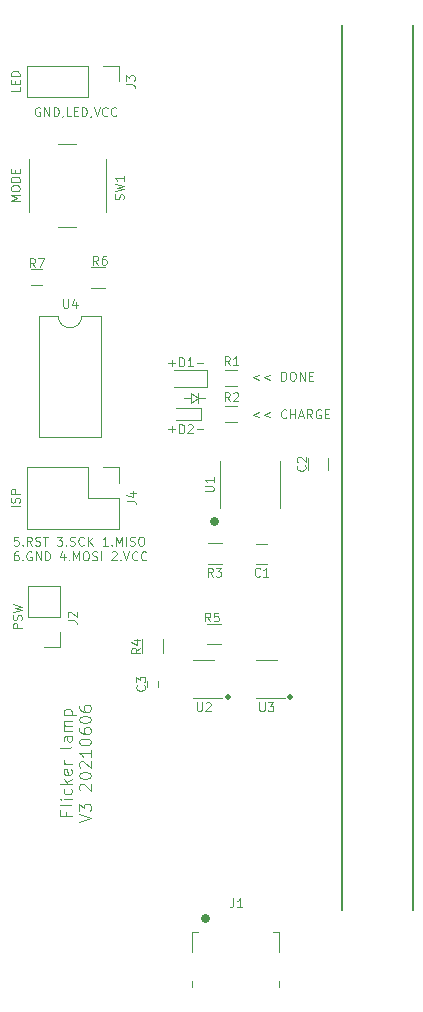
<source format=gto>
G04 #@! TF.GenerationSoftware,KiCad,Pcbnew,5.1.5+dfsg1-2build2*
G04 #@! TF.CreationDate,2021-06-06T20:08:15-06:00*
G04 #@! TF.ProjectId,flicker_lamp,666c6963-6b65-4725-9f6c-616d702e6b69,rev?*
G04 #@! TF.SameCoordinates,Original*
G04 #@! TF.FileFunction,Legend,Top*
G04 #@! TF.FilePolarity,Positive*
%FSLAX46Y46*%
G04 Gerber Fmt 4.6, Leading zero omitted, Abs format (unit mm)*
G04 Created by KiCad (PCBNEW 5.1.5+dfsg1-2build2) date 2021-06-06 20:08:15*
%MOMM*%
%LPD*%
G04 APERTURE LIST*
%ADD10C,0.150000*%
%ADD11C,0.125000*%
%ADD12C,0.120000*%
%ADD13C,0.500000*%
%ADD14C,0.750000*%
G04 APERTURE END LIST*
D10*
X84000000Y-154380000D02*
X84000000Y-79380000D01*
X90000000Y-79380000D02*
X90000000Y-154380000D01*
D11*
X71800000Y-110580000D02*
X71800000Y-111380000D01*
X71200000Y-111380000D02*
X71200000Y-110580000D01*
X71800000Y-110980000D02*
X71200000Y-111380000D01*
X71800000Y-110980000D02*
X72400000Y-110980000D01*
X71200000Y-110580000D02*
X71800000Y-110980000D01*
X70600000Y-110980000D02*
X71200000Y-110980000D01*
X71714285Y-113633571D02*
X72285714Y-113633571D01*
X71714285Y-108033571D02*
X72285714Y-108033571D01*
X69314285Y-113633571D02*
X69885714Y-113633571D01*
X69600000Y-113919285D02*
X69600000Y-113347857D01*
X69314285Y-108033571D02*
X69885714Y-108033571D01*
X69600000Y-108319285D02*
X69600000Y-107747857D01*
X58452678Y-86405000D02*
X58381250Y-86369285D01*
X58274107Y-86369285D01*
X58166964Y-86405000D01*
X58095535Y-86476428D01*
X58059821Y-86547857D01*
X58024107Y-86690714D01*
X58024107Y-86797857D01*
X58059821Y-86940714D01*
X58095535Y-87012142D01*
X58166964Y-87083571D01*
X58274107Y-87119285D01*
X58345535Y-87119285D01*
X58452678Y-87083571D01*
X58488392Y-87047857D01*
X58488392Y-86797857D01*
X58345535Y-86797857D01*
X58809821Y-87119285D02*
X58809821Y-86369285D01*
X59238392Y-87119285D01*
X59238392Y-86369285D01*
X59595535Y-87119285D02*
X59595535Y-86369285D01*
X59774107Y-86369285D01*
X59881250Y-86405000D01*
X59952678Y-86476428D01*
X59988392Y-86547857D01*
X60024107Y-86690714D01*
X60024107Y-86797857D01*
X59988392Y-86940714D01*
X59952678Y-87012142D01*
X59881250Y-87083571D01*
X59774107Y-87119285D01*
X59595535Y-87119285D01*
X60381250Y-87083571D02*
X60381250Y-87119285D01*
X60345535Y-87190714D01*
X60309821Y-87226428D01*
X61059821Y-87119285D02*
X60702678Y-87119285D01*
X60702678Y-86369285D01*
X61309821Y-86726428D02*
X61559821Y-86726428D01*
X61666964Y-87119285D02*
X61309821Y-87119285D01*
X61309821Y-86369285D01*
X61666964Y-86369285D01*
X61988392Y-87119285D02*
X61988392Y-86369285D01*
X62166964Y-86369285D01*
X62274107Y-86405000D01*
X62345535Y-86476428D01*
X62381250Y-86547857D01*
X62416964Y-86690714D01*
X62416964Y-86797857D01*
X62381250Y-86940714D01*
X62345535Y-87012142D01*
X62274107Y-87083571D01*
X62166964Y-87119285D01*
X61988392Y-87119285D01*
X62774107Y-87083571D02*
X62774107Y-87119285D01*
X62738392Y-87190714D01*
X62702678Y-87226428D01*
X62988392Y-86369285D02*
X63238392Y-87119285D01*
X63488392Y-86369285D01*
X64166964Y-87047857D02*
X64131250Y-87083571D01*
X64024107Y-87119285D01*
X63952678Y-87119285D01*
X63845535Y-87083571D01*
X63774107Y-87012142D01*
X63738392Y-86940714D01*
X63702678Y-86797857D01*
X63702678Y-86690714D01*
X63738392Y-86547857D01*
X63774107Y-86476428D01*
X63845535Y-86405000D01*
X63952678Y-86369285D01*
X64024107Y-86369285D01*
X64131250Y-86405000D01*
X64166964Y-86440714D01*
X64916964Y-87047857D02*
X64881250Y-87083571D01*
X64774107Y-87119285D01*
X64702678Y-87119285D01*
X64595535Y-87083571D01*
X64524107Y-87012142D01*
X64488392Y-86940714D01*
X64452678Y-86797857D01*
X64452678Y-86690714D01*
X64488392Y-86547857D01*
X64524107Y-86476428D01*
X64595535Y-86405000D01*
X64702678Y-86369285D01*
X64774107Y-86369285D01*
X64881250Y-86405000D01*
X64916964Y-86440714D01*
X56739285Y-94320178D02*
X55989285Y-94320178D01*
X56525000Y-94070178D01*
X55989285Y-93820178D01*
X56739285Y-93820178D01*
X55989285Y-93320178D02*
X55989285Y-93177321D01*
X56025000Y-93105892D01*
X56096428Y-93034464D01*
X56239285Y-92998750D01*
X56489285Y-92998750D01*
X56632142Y-93034464D01*
X56703571Y-93105892D01*
X56739285Y-93177321D01*
X56739285Y-93320178D01*
X56703571Y-93391607D01*
X56632142Y-93463035D01*
X56489285Y-93498750D01*
X56239285Y-93498750D01*
X56096428Y-93463035D01*
X56025000Y-93391607D01*
X55989285Y-93320178D01*
X56739285Y-92677321D02*
X55989285Y-92677321D01*
X55989285Y-92498750D01*
X56025000Y-92391607D01*
X56096428Y-92320178D01*
X56167857Y-92284464D01*
X56310714Y-92248750D01*
X56417857Y-92248750D01*
X56560714Y-92284464D01*
X56632142Y-92320178D01*
X56703571Y-92391607D01*
X56739285Y-92498750D01*
X56739285Y-92677321D01*
X56346428Y-91927321D02*
X56346428Y-91677321D01*
X56739285Y-91570178D02*
X56739285Y-91927321D01*
X55989285Y-91927321D01*
X55989285Y-91570178D01*
X77031250Y-112219285D02*
X76459821Y-112433571D01*
X77031250Y-112647857D01*
X77959821Y-112219285D02*
X77388392Y-112433571D01*
X77959821Y-112647857D01*
X79316964Y-112647857D02*
X79281250Y-112683571D01*
X79174107Y-112719285D01*
X79102678Y-112719285D01*
X78995535Y-112683571D01*
X78924107Y-112612142D01*
X78888392Y-112540714D01*
X78852678Y-112397857D01*
X78852678Y-112290714D01*
X78888392Y-112147857D01*
X78924107Y-112076428D01*
X78995535Y-112005000D01*
X79102678Y-111969285D01*
X79174107Y-111969285D01*
X79281250Y-112005000D01*
X79316964Y-112040714D01*
X79638392Y-112719285D02*
X79638392Y-111969285D01*
X79638392Y-112326428D02*
X80066964Y-112326428D01*
X80066964Y-112719285D02*
X80066964Y-111969285D01*
X80388392Y-112505000D02*
X80745535Y-112505000D01*
X80316964Y-112719285D02*
X80566964Y-111969285D01*
X80816964Y-112719285D01*
X81495535Y-112719285D02*
X81245535Y-112362142D01*
X81066964Y-112719285D02*
X81066964Y-111969285D01*
X81352678Y-111969285D01*
X81424107Y-112005000D01*
X81459821Y-112040714D01*
X81495535Y-112112142D01*
X81495535Y-112219285D01*
X81459821Y-112290714D01*
X81424107Y-112326428D01*
X81352678Y-112362142D01*
X81066964Y-112362142D01*
X82209821Y-112005000D02*
X82138392Y-111969285D01*
X82031250Y-111969285D01*
X81924107Y-112005000D01*
X81852678Y-112076428D01*
X81816964Y-112147857D01*
X81781250Y-112290714D01*
X81781250Y-112397857D01*
X81816964Y-112540714D01*
X81852678Y-112612142D01*
X81924107Y-112683571D01*
X82031250Y-112719285D01*
X82102678Y-112719285D01*
X82209821Y-112683571D01*
X82245535Y-112647857D01*
X82245535Y-112397857D01*
X82102678Y-112397857D01*
X82566964Y-112326428D02*
X82816964Y-112326428D01*
X82924107Y-112719285D02*
X82566964Y-112719285D01*
X82566964Y-111969285D01*
X82924107Y-111969285D01*
X77031250Y-109019285D02*
X76459821Y-109233571D01*
X77031250Y-109447857D01*
X77959821Y-109019285D02*
X77388392Y-109233571D01*
X77959821Y-109447857D01*
X78888392Y-109519285D02*
X78888392Y-108769285D01*
X79066964Y-108769285D01*
X79174107Y-108805000D01*
X79245535Y-108876428D01*
X79281250Y-108947857D01*
X79316964Y-109090714D01*
X79316964Y-109197857D01*
X79281250Y-109340714D01*
X79245535Y-109412142D01*
X79174107Y-109483571D01*
X79066964Y-109519285D01*
X78888392Y-109519285D01*
X79781250Y-108769285D02*
X79924107Y-108769285D01*
X79995535Y-108805000D01*
X80066964Y-108876428D01*
X80102678Y-109019285D01*
X80102678Y-109269285D01*
X80066964Y-109412142D01*
X79995535Y-109483571D01*
X79924107Y-109519285D01*
X79781250Y-109519285D01*
X79709821Y-109483571D01*
X79638392Y-109412142D01*
X79602678Y-109269285D01*
X79602678Y-109019285D01*
X79638392Y-108876428D01*
X79709821Y-108805000D01*
X79781250Y-108769285D01*
X80424107Y-109519285D02*
X80424107Y-108769285D01*
X80852678Y-109519285D01*
X80852678Y-108769285D01*
X81209821Y-109126428D02*
X81459821Y-109126428D01*
X81566964Y-109519285D02*
X81209821Y-109519285D01*
X81209821Y-108769285D01*
X81566964Y-108769285D01*
X56616964Y-122744285D02*
X56259821Y-122744285D01*
X56224107Y-123101428D01*
X56259821Y-123065714D01*
X56331250Y-123030000D01*
X56509821Y-123030000D01*
X56581250Y-123065714D01*
X56616964Y-123101428D01*
X56652678Y-123172857D01*
X56652678Y-123351428D01*
X56616964Y-123422857D01*
X56581250Y-123458571D01*
X56509821Y-123494285D01*
X56331250Y-123494285D01*
X56259821Y-123458571D01*
X56224107Y-123422857D01*
X56974107Y-123422857D02*
X57009821Y-123458571D01*
X56974107Y-123494285D01*
X56938392Y-123458571D01*
X56974107Y-123422857D01*
X56974107Y-123494285D01*
X57759821Y-123494285D02*
X57509821Y-123137142D01*
X57331250Y-123494285D02*
X57331250Y-122744285D01*
X57616964Y-122744285D01*
X57688392Y-122780000D01*
X57724107Y-122815714D01*
X57759821Y-122887142D01*
X57759821Y-122994285D01*
X57724107Y-123065714D01*
X57688392Y-123101428D01*
X57616964Y-123137142D01*
X57331250Y-123137142D01*
X58045535Y-123458571D02*
X58152678Y-123494285D01*
X58331250Y-123494285D01*
X58402678Y-123458571D01*
X58438392Y-123422857D01*
X58474107Y-123351428D01*
X58474107Y-123280000D01*
X58438392Y-123208571D01*
X58402678Y-123172857D01*
X58331250Y-123137142D01*
X58188392Y-123101428D01*
X58116964Y-123065714D01*
X58081250Y-123030000D01*
X58045535Y-122958571D01*
X58045535Y-122887142D01*
X58081250Y-122815714D01*
X58116964Y-122780000D01*
X58188392Y-122744285D01*
X58366964Y-122744285D01*
X58474107Y-122780000D01*
X58688392Y-122744285D02*
X59116964Y-122744285D01*
X58902678Y-123494285D02*
X58902678Y-122744285D01*
X59866964Y-122744285D02*
X60331250Y-122744285D01*
X60081250Y-123030000D01*
X60188392Y-123030000D01*
X60259821Y-123065714D01*
X60295535Y-123101428D01*
X60331250Y-123172857D01*
X60331250Y-123351428D01*
X60295535Y-123422857D01*
X60259821Y-123458571D01*
X60188392Y-123494285D01*
X59974107Y-123494285D01*
X59902678Y-123458571D01*
X59866964Y-123422857D01*
X60652678Y-123422857D02*
X60688392Y-123458571D01*
X60652678Y-123494285D01*
X60616964Y-123458571D01*
X60652678Y-123422857D01*
X60652678Y-123494285D01*
X60974107Y-123458571D02*
X61081250Y-123494285D01*
X61259821Y-123494285D01*
X61331250Y-123458571D01*
X61366964Y-123422857D01*
X61402678Y-123351428D01*
X61402678Y-123280000D01*
X61366964Y-123208571D01*
X61331250Y-123172857D01*
X61259821Y-123137142D01*
X61116964Y-123101428D01*
X61045535Y-123065714D01*
X61009821Y-123030000D01*
X60974107Y-122958571D01*
X60974107Y-122887142D01*
X61009821Y-122815714D01*
X61045535Y-122780000D01*
X61116964Y-122744285D01*
X61295535Y-122744285D01*
X61402678Y-122780000D01*
X62152678Y-123422857D02*
X62116964Y-123458571D01*
X62009821Y-123494285D01*
X61938392Y-123494285D01*
X61831250Y-123458571D01*
X61759821Y-123387142D01*
X61724107Y-123315714D01*
X61688392Y-123172857D01*
X61688392Y-123065714D01*
X61724107Y-122922857D01*
X61759821Y-122851428D01*
X61831250Y-122780000D01*
X61938392Y-122744285D01*
X62009821Y-122744285D01*
X62116964Y-122780000D01*
X62152678Y-122815714D01*
X62474107Y-123494285D02*
X62474107Y-122744285D01*
X62902678Y-123494285D02*
X62581250Y-123065714D01*
X62902678Y-122744285D02*
X62474107Y-123172857D01*
X64188392Y-123494285D02*
X63759821Y-123494285D01*
X63974107Y-123494285D02*
X63974107Y-122744285D01*
X63902678Y-122851428D01*
X63831250Y-122922857D01*
X63759821Y-122958571D01*
X64509821Y-123422857D02*
X64545535Y-123458571D01*
X64509821Y-123494285D01*
X64474107Y-123458571D01*
X64509821Y-123422857D01*
X64509821Y-123494285D01*
X64866964Y-123494285D02*
X64866964Y-122744285D01*
X65116964Y-123280000D01*
X65366964Y-122744285D01*
X65366964Y-123494285D01*
X65724107Y-123494285D02*
X65724107Y-122744285D01*
X66045535Y-123458571D02*
X66152678Y-123494285D01*
X66331250Y-123494285D01*
X66402678Y-123458571D01*
X66438392Y-123422857D01*
X66474107Y-123351428D01*
X66474107Y-123280000D01*
X66438392Y-123208571D01*
X66402678Y-123172857D01*
X66331250Y-123137142D01*
X66188392Y-123101428D01*
X66116964Y-123065714D01*
X66081250Y-123030000D01*
X66045535Y-122958571D01*
X66045535Y-122887142D01*
X66081250Y-122815714D01*
X66116964Y-122780000D01*
X66188392Y-122744285D01*
X66366964Y-122744285D01*
X66474107Y-122780000D01*
X66938392Y-122744285D02*
X67081250Y-122744285D01*
X67152678Y-122780000D01*
X67224107Y-122851428D01*
X67259821Y-122994285D01*
X67259821Y-123244285D01*
X67224107Y-123387142D01*
X67152678Y-123458571D01*
X67081250Y-123494285D01*
X66938392Y-123494285D01*
X66866964Y-123458571D01*
X66795535Y-123387142D01*
X66759821Y-123244285D01*
X66759821Y-122994285D01*
X66795535Y-122851428D01*
X66866964Y-122780000D01*
X66938392Y-122744285D01*
X56581250Y-123994285D02*
X56438392Y-123994285D01*
X56366964Y-124030000D01*
X56331250Y-124065714D01*
X56259821Y-124172857D01*
X56224107Y-124315714D01*
X56224107Y-124601428D01*
X56259821Y-124672857D01*
X56295535Y-124708571D01*
X56366964Y-124744285D01*
X56509821Y-124744285D01*
X56581250Y-124708571D01*
X56616964Y-124672857D01*
X56652678Y-124601428D01*
X56652678Y-124422857D01*
X56616964Y-124351428D01*
X56581250Y-124315714D01*
X56509821Y-124280000D01*
X56366964Y-124280000D01*
X56295535Y-124315714D01*
X56259821Y-124351428D01*
X56224107Y-124422857D01*
X56974107Y-124672857D02*
X57009821Y-124708571D01*
X56974107Y-124744285D01*
X56938392Y-124708571D01*
X56974107Y-124672857D01*
X56974107Y-124744285D01*
X57724107Y-124030000D02*
X57652678Y-123994285D01*
X57545535Y-123994285D01*
X57438392Y-124030000D01*
X57366964Y-124101428D01*
X57331250Y-124172857D01*
X57295535Y-124315714D01*
X57295535Y-124422857D01*
X57331250Y-124565714D01*
X57366964Y-124637142D01*
X57438392Y-124708571D01*
X57545535Y-124744285D01*
X57616964Y-124744285D01*
X57724107Y-124708571D01*
X57759821Y-124672857D01*
X57759821Y-124422857D01*
X57616964Y-124422857D01*
X58081250Y-124744285D02*
X58081250Y-123994285D01*
X58509821Y-124744285D01*
X58509821Y-123994285D01*
X58866964Y-124744285D02*
X58866964Y-123994285D01*
X59045535Y-123994285D01*
X59152678Y-124030000D01*
X59224107Y-124101428D01*
X59259821Y-124172857D01*
X59295535Y-124315714D01*
X59295535Y-124422857D01*
X59259821Y-124565714D01*
X59224107Y-124637142D01*
X59152678Y-124708571D01*
X59045535Y-124744285D01*
X58866964Y-124744285D01*
X60509821Y-124244285D02*
X60509821Y-124744285D01*
X60331250Y-123958571D02*
X60152678Y-124494285D01*
X60616964Y-124494285D01*
X60902678Y-124672857D02*
X60938392Y-124708571D01*
X60902678Y-124744285D01*
X60866964Y-124708571D01*
X60902678Y-124672857D01*
X60902678Y-124744285D01*
X61259821Y-124744285D02*
X61259821Y-123994285D01*
X61509821Y-124530000D01*
X61759821Y-123994285D01*
X61759821Y-124744285D01*
X62259821Y-123994285D02*
X62402678Y-123994285D01*
X62474107Y-124030000D01*
X62545535Y-124101428D01*
X62581250Y-124244285D01*
X62581250Y-124494285D01*
X62545535Y-124637142D01*
X62474107Y-124708571D01*
X62402678Y-124744285D01*
X62259821Y-124744285D01*
X62188392Y-124708571D01*
X62116964Y-124637142D01*
X62081250Y-124494285D01*
X62081250Y-124244285D01*
X62116964Y-124101428D01*
X62188392Y-124030000D01*
X62259821Y-123994285D01*
X62866964Y-124708571D02*
X62974107Y-124744285D01*
X63152678Y-124744285D01*
X63224107Y-124708571D01*
X63259821Y-124672857D01*
X63295535Y-124601428D01*
X63295535Y-124530000D01*
X63259821Y-124458571D01*
X63224107Y-124422857D01*
X63152678Y-124387142D01*
X63009821Y-124351428D01*
X62938392Y-124315714D01*
X62902678Y-124280000D01*
X62866964Y-124208571D01*
X62866964Y-124137142D01*
X62902678Y-124065714D01*
X62938392Y-124030000D01*
X63009821Y-123994285D01*
X63188392Y-123994285D01*
X63295535Y-124030000D01*
X63616964Y-124744285D02*
X63616964Y-123994285D01*
X64509821Y-124065714D02*
X64545535Y-124030000D01*
X64616964Y-123994285D01*
X64795535Y-123994285D01*
X64866964Y-124030000D01*
X64902678Y-124065714D01*
X64938392Y-124137142D01*
X64938392Y-124208571D01*
X64902678Y-124315714D01*
X64474107Y-124744285D01*
X64938392Y-124744285D01*
X65259821Y-124672857D02*
X65295535Y-124708571D01*
X65259821Y-124744285D01*
X65224107Y-124708571D01*
X65259821Y-124672857D01*
X65259821Y-124744285D01*
X65509821Y-123994285D02*
X65759821Y-124744285D01*
X66009821Y-123994285D01*
X66688392Y-124672857D02*
X66652678Y-124708571D01*
X66545535Y-124744285D01*
X66474107Y-124744285D01*
X66366964Y-124708571D01*
X66295535Y-124637142D01*
X66259821Y-124565714D01*
X66224107Y-124422857D01*
X66224107Y-124315714D01*
X66259821Y-124172857D01*
X66295535Y-124101428D01*
X66366964Y-124030000D01*
X66474107Y-123994285D01*
X66545535Y-123994285D01*
X66652678Y-124030000D01*
X66688392Y-124065714D01*
X67438392Y-124672857D02*
X67402678Y-124708571D01*
X67295535Y-124744285D01*
X67224107Y-124744285D01*
X67116964Y-124708571D01*
X67045535Y-124637142D01*
X67009821Y-124565714D01*
X66974107Y-124422857D01*
X66974107Y-124315714D01*
X67009821Y-124172857D01*
X67045535Y-124101428D01*
X67116964Y-124030000D01*
X67224107Y-123994285D01*
X67295535Y-123994285D01*
X67402678Y-124030000D01*
X67438392Y-124065714D01*
X60616071Y-146022857D02*
X60616071Y-146356190D01*
X61139880Y-146356190D02*
X60139880Y-146356190D01*
X60139880Y-145880000D01*
X61139880Y-145356190D02*
X61092261Y-145451428D01*
X60997023Y-145499047D01*
X60139880Y-145499047D01*
X61139880Y-144975238D02*
X60473214Y-144975238D01*
X60139880Y-144975238D02*
X60187500Y-145022857D01*
X60235119Y-144975238D01*
X60187500Y-144927619D01*
X60139880Y-144975238D01*
X60235119Y-144975238D01*
X61092261Y-144070476D02*
X61139880Y-144165714D01*
X61139880Y-144356190D01*
X61092261Y-144451428D01*
X61044642Y-144499047D01*
X60949404Y-144546666D01*
X60663690Y-144546666D01*
X60568452Y-144499047D01*
X60520833Y-144451428D01*
X60473214Y-144356190D01*
X60473214Y-144165714D01*
X60520833Y-144070476D01*
X61139880Y-143641904D02*
X60139880Y-143641904D01*
X60758928Y-143546666D02*
X61139880Y-143260952D01*
X60473214Y-143260952D02*
X60854166Y-143641904D01*
X61092261Y-142451428D02*
X61139880Y-142546666D01*
X61139880Y-142737142D01*
X61092261Y-142832380D01*
X60997023Y-142880000D01*
X60616071Y-142880000D01*
X60520833Y-142832380D01*
X60473214Y-142737142D01*
X60473214Y-142546666D01*
X60520833Y-142451428D01*
X60616071Y-142403809D01*
X60711309Y-142403809D01*
X60806547Y-142880000D01*
X61139880Y-141975238D02*
X60473214Y-141975238D01*
X60663690Y-141975238D02*
X60568452Y-141927619D01*
X60520833Y-141880000D01*
X60473214Y-141784761D01*
X60473214Y-141689523D01*
X61139880Y-140451428D02*
X61092261Y-140546666D01*
X60997023Y-140594285D01*
X60139880Y-140594285D01*
X61139880Y-139641904D02*
X60616071Y-139641904D01*
X60520833Y-139689523D01*
X60473214Y-139784761D01*
X60473214Y-139975238D01*
X60520833Y-140070476D01*
X61092261Y-139641904D02*
X61139880Y-139737142D01*
X61139880Y-139975238D01*
X61092261Y-140070476D01*
X60997023Y-140118095D01*
X60901785Y-140118095D01*
X60806547Y-140070476D01*
X60758928Y-139975238D01*
X60758928Y-139737142D01*
X60711309Y-139641904D01*
X61139880Y-139165714D02*
X60473214Y-139165714D01*
X60568452Y-139165714D02*
X60520833Y-139118095D01*
X60473214Y-139022857D01*
X60473214Y-138880000D01*
X60520833Y-138784761D01*
X60616071Y-138737142D01*
X61139880Y-138737142D01*
X60616071Y-138737142D02*
X60520833Y-138689523D01*
X60473214Y-138594285D01*
X60473214Y-138451428D01*
X60520833Y-138356190D01*
X60616071Y-138308571D01*
X61139880Y-138308571D01*
X60473214Y-137832380D02*
X61473214Y-137832380D01*
X60520833Y-137832380D02*
X60473214Y-137737142D01*
X60473214Y-137546666D01*
X60520833Y-137451428D01*
X60568452Y-137403809D01*
X60663690Y-137356190D01*
X60949404Y-137356190D01*
X61044642Y-137403809D01*
X61092261Y-137451428D01*
X61139880Y-137546666D01*
X61139880Y-137737142D01*
X61092261Y-137832380D01*
X61764880Y-146880000D02*
X62764880Y-146546666D01*
X61764880Y-146213333D01*
X61764880Y-145975238D02*
X61764880Y-145356190D01*
X62145833Y-145689523D01*
X62145833Y-145546666D01*
X62193452Y-145451428D01*
X62241071Y-145403809D01*
X62336309Y-145356190D01*
X62574404Y-145356190D01*
X62669642Y-145403809D01*
X62717261Y-145451428D01*
X62764880Y-145546666D01*
X62764880Y-145832380D01*
X62717261Y-145927619D01*
X62669642Y-145975238D01*
X61860119Y-144213333D02*
X61812500Y-144165714D01*
X61764880Y-144070476D01*
X61764880Y-143832380D01*
X61812500Y-143737142D01*
X61860119Y-143689523D01*
X61955357Y-143641904D01*
X62050595Y-143641904D01*
X62193452Y-143689523D01*
X62764880Y-144260952D01*
X62764880Y-143641904D01*
X61764880Y-143022857D02*
X61764880Y-142927619D01*
X61812500Y-142832380D01*
X61860119Y-142784761D01*
X61955357Y-142737142D01*
X62145833Y-142689523D01*
X62383928Y-142689523D01*
X62574404Y-142737142D01*
X62669642Y-142784761D01*
X62717261Y-142832380D01*
X62764880Y-142927619D01*
X62764880Y-143022857D01*
X62717261Y-143118095D01*
X62669642Y-143165714D01*
X62574404Y-143213333D01*
X62383928Y-143260952D01*
X62145833Y-143260952D01*
X61955357Y-143213333D01*
X61860119Y-143165714D01*
X61812500Y-143118095D01*
X61764880Y-143022857D01*
X61860119Y-142308571D02*
X61812500Y-142260952D01*
X61764880Y-142165714D01*
X61764880Y-141927619D01*
X61812500Y-141832380D01*
X61860119Y-141784761D01*
X61955357Y-141737142D01*
X62050595Y-141737142D01*
X62193452Y-141784761D01*
X62764880Y-142356190D01*
X62764880Y-141737142D01*
X62764880Y-140784761D02*
X62764880Y-141356190D01*
X62764880Y-141070476D02*
X61764880Y-141070476D01*
X61907738Y-141165714D01*
X62002976Y-141260952D01*
X62050595Y-141356190D01*
X61764880Y-140165714D02*
X61764880Y-140070476D01*
X61812500Y-139975238D01*
X61860119Y-139927619D01*
X61955357Y-139880000D01*
X62145833Y-139832380D01*
X62383928Y-139832380D01*
X62574404Y-139880000D01*
X62669642Y-139927619D01*
X62717261Y-139975238D01*
X62764880Y-140070476D01*
X62764880Y-140165714D01*
X62717261Y-140260952D01*
X62669642Y-140308571D01*
X62574404Y-140356190D01*
X62383928Y-140403809D01*
X62145833Y-140403809D01*
X61955357Y-140356190D01*
X61860119Y-140308571D01*
X61812500Y-140260952D01*
X61764880Y-140165714D01*
X61764880Y-138975238D02*
X61764880Y-139165714D01*
X61812500Y-139260952D01*
X61860119Y-139308571D01*
X62002976Y-139403809D01*
X62193452Y-139451428D01*
X62574404Y-139451428D01*
X62669642Y-139403809D01*
X62717261Y-139356190D01*
X62764880Y-139260952D01*
X62764880Y-139070476D01*
X62717261Y-138975238D01*
X62669642Y-138927619D01*
X62574404Y-138880000D01*
X62336309Y-138880000D01*
X62241071Y-138927619D01*
X62193452Y-138975238D01*
X62145833Y-139070476D01*
X62145833Y-139260952D01*
X62193452Y-139356190D01*
X62241071Y-139403809D01*
X62336309Y-139451428D01*
X61764880Y-138260952D02*
X61764880Y-138165714D01*
X61812500Y-138070476D01*
X61860119Y-138022857D01*
X61955357Y-137975238D01*
X62145833Y-137927619D01*
X62383928Y-137927619D01*
X62574404Y-137975238D01*
X62669642Y-138022857D01*
X62717261Y-138070476D01*
X62764880Y-138165714D01*
X62764880Y-138260952D01*
X62717261Y-138356190D01*
X62669642Y-138403809D01*
X62574404Y-138451428D01*
X62383928Y-138499047D01*
X62145833Y-138499047D01*
X61955357Y-138451428D01*
X61860119Y-138403809D01*
X61812500Y-138356190D01*
X61764880Y-138260952D01*
X61764880Y-137070476D02*
X61764880Y-137260952D01*
X61812500Y-137356190D01*
X61860119Y-137403809D01*
X62002976Y-137499047D01*
X62193452Y-137546666D01*
X62574404Y-137546666D01*
X62669642Y-137499047D01*
X62717261Y-137451428D01*
X62764880Y-137356190D01*
X62764880Y-137165714D01*
X62717261Y-137070476D01*
X62669642Y-137022857D01*
X62574404Y-136975238D01*
X62336309Y-136975238D01*
X62241071Y-137022857D01*
X62193452Y-137070476D01*
X62145833Y-137165714D01*
X62145833Y-137356190D01*
X62193452Y-137451428D01*
X62241071Y-137499047D01*
X62336309Y-137546666D01*
D12*
X68470000Y-135430000D02*
X68470000Y-134930000D01*
X67530000Y-134930000D02*
X67530000Y-135430000D01*
X57650000Y-100100000D02*
X58650000Y-100100000D01*
X58650000Y-101460000D02*
X57650000Y-101460000D01*
X75150000Y-113060000D02*
X74150000Y-113060000D01*
X74150000Y-111700000D02*
X75150000Y-111700000D01*
X75150000Y-110010000D02*
X74150000Y-110010000D01*
X74150000Y-108650000D02*
X75150000Y-108650000D01*
X72100000Y-112880000D02*
X72100000Y-111880000D01*
X72100000Y-111880000D02*
X70000000Y-111880000D01*
X72100000Y-112880000D02*
X70000000Y-112880000D01*
X72600000Y-110030000D02*
X72600000Y-108630000D01*
X72600000Y-108630000D02*
X69800000Y-108630000D01*
X72600000Y-110030000D02*
X69800000Y-110030000D01*
D13*
X79640000Y-136300000D02*
G75*
G03X79640000Y-136300000I0J0D01*
G01*
D12*
X78500000Y-133170000D02*
X76700000Y-133170000D01*
X76700000Y-136390000D02*
X79150000Y-136390000D01*
D13*
X74340000Y-136300000D02*
G75*
G03X74340000Y-136300000I0J0D01*
G01*
D12*
X73200000Y-133170000D02*
X71400000Y-133170000D01*
X71400000Y-136390000D02*
X73850000Y-136390000D01*
D14*
X73210000Y-121390000D02*
G75*
G03X73210000Y-121390000I0J0D01*
G01*
D11*
X73700000Y-116330000D02*
X73700000Y-120330000D01*
X78800000Y-116330000D02*
X78800000Y-120330000D01*
D14*
X72392500Y-155040000D02*
G75*
G03X72392500Y-155040000I0J0D01*
G01*
D11*
X71350000Y-157880000D02*
X71350000Y-156200000D01*
X71350000Y-160880000D02*
X71350000Y-160380000D01*
X78650000Y-160380000D02*
X78650000Y-160880000D01*
X78650000Y-157880000D02*
X78650000Y-156200000D01*
X78150000Y-156200000D02*
X78650000Y-156200000D01*
X71850000Y-156200000D02*
X71350000Y-156200000D01*
D12*
X61990000Y-104050000D02*
G75*
G02X59990000Y-104050000I-1000000J0D01*
G01*
X59990000Y-104050000D02*
X58340000Y-104050000D01*
X58340000Y-104050000D02*
X58340000Y-114330000D01*
X58340000Y-114330000D02*
X63640000Y-114330000D01*
X63640000Y-114330000D02*
X63640000Y-104050000D01*
X63640000Y-104050000D02*
X61990000Y-104050000D01*
X57500000Y-90780000D02*
X57500000Y-95280000D01*
X61500000Y-89530000D02*
X60000000Y-89530000D01*
X64000000Y-95280000D02*
X64000000Y-90780000D01*
X60000000Y-96530000D02*
X61500000Y-96530000D01*
X62750000Y-99900000D02*
X63950000Y-99900000D01*
X63950000Y-101660000D02*
X62750000Y-101660000D01*
X82850000Y-117080000D02*
X82850000Y-116080000D01*
X81150000Y-116080000D02*
X81150000Y-117080000D01*
X57390000Y-82850000D02*
X57390000Y-85510000D01*
X62530000Y-82850000D02*
X57390000Y-82850000D01*
X62530000Y-85510000D02*
X57390000Y-85510000D01*
X62530000Y-82850000D02*
X62530000Y-85510000D01*
X63800000Y-82850000D02*
X65130000Y-82850000D01*
X65130000Y-82850000D02*
X65130000Y-84180000D01*
X60130000Y-126910000D02*
X57470000Y-126910000D01*
X60130000Y-129510000D02*
X60130000Y-126910000D01*
X57470000Y-129510000D02*
X57470000Y-126910000D01*
X60130000Y-129510000D02*
X57470000Y-129510000D01*
X60130000Y-130780000D02*
X60130000Y-132110000D01*
X60130000Y-132110000D02*
X58800000Y-132110000D01*
X73750000Y-131860000D02*
X72550000Y-131860000D01*
X72550000Y-130100000D02*
X73750000Y-130100000D01*
X68880000Y-131430000D02*
X68880000Y-132630000D01*
X67120000Y-132630000D02*
X67120000Y-131430000D01*
X72650000Y-123300000D02*
X73850000Y-123300000D01*
X73850000Y-125060000D02*
X72650000Y-125060000D01*
X57390000Y-116850000D02*
X57390000Y-122050000D01*
X62530000Y-116850000D02*
X57390000Y-116850000D01*
X65130000Y-122050000D02*
X57390000Y-122050000D01*
X62530000Y-116850000D02*
X62530000Y-119450000D01*
X62530000Y-119450000D02*
X65130000Y-119450000D01*
X65130000Y-119450000D02*
X65130000Y-122050000D01*
X63800000Y-116850000D02*
X65130000Y-116850000D01*
X65130000Y-116850000D02*
X65130000Y-118180000D01*
X76700000Y-125030000D02*
X77700000Y-125030000D01*
X77700000Y-123330000D02*
X76700000Y-123330000D01*
D11*
X67267857Y-135305000D02*
X67303571Y-135340714D01*
X67339285Y-135447857D01*
X67339285Y-135519285D01*
X67303571Y-135626428D01*
X67232142Y-135697857D01*
X67160714Y-135733571D01*
X67017857Y-135769285D01*
X66910714Y-135769285D01*
X66767857Y-135733571D01*
X66696428Y-135697857D01*
X66625000Y-135626428D01*
X66589285Y-135519285D01*
X66589285Y-135447857D01*
X66625000Y-135340714D01*
X66660714Y-135305000D01*
X66589285Y-135055000D02*
X66589285Y-134590714D01*
X66875000Y-134840714D01*
X66875000Y-134733571D01*
X66910714Y-134662142D01*
X66946428Y-134626428D01*
X67017857Y-134590714D01*
X67196428Y-134590714D01*
X67267857Y-134626428D01*
X67303571Y-134662142D01*
X67339285Y-134733571D01*
X67339285Y-134947857D01*
X67303571Y-135019285D01*
X67267857Y-135055000D01*
X58025000Y-99919285D02*
X57775000Y-99562142D01*
X57596428Y-99919285D02*
X57596428Y-99169285D01*
X57882142Y-99169285D01*
X57953571Y-99205000D01*
X57989285Y-99240714D01*
X58025000Y-99312142D01*
X58025000Y-99419285D01*
X57989285Y-99490714D01*
X57953571Y-99526428D01*
X57882142Y-99562142D01*
X57596428Y-99562142D01*
X58275000Y-99169285D02*
X58775000Y-99169285D01*
X58453571Y-99919285D01*
X74525000Y-111269285D02*
X74275000Y-110912142D01*
X74096428Y-111269285D02*
X74096428Y-110519285D01*
X74382142Y-110519285D01*
X74453571Y-110555000D01*
X74489285Y-110590714D01*
X74525000Y-110662142D01*
X74525000Y-110769285D01*
X74489285Y-110840714D01*
X74453571Y-110876428D01*
X74382142Y-110912142D01*
X74096428Y-110912142D01*
X74810714Y-110590714D02*
X74846428Y-110555000D01*
X74917857Y-110519285D01*
X75096428Y-110519285D01*
X75167857Y-110555000D01*
X75203571Y-110590714D01*
X75239285Y-110662142D01*
X75239285Y-110733571D01*
X75203571Y-110840714D01*
X74775000Y-111269285D01*
X75239285Y-111269285D01*
X74525000Y-108219285D02*
X74275000Y-107862142D01*
X74096428Y-108219285D02*
X74096428Y-107469285D01*
X74382142Y-107469285D01*
X74453571Y-107505000D01*
X74489285Y-107540714D01*
X74525000Y-107612142D01*
X74525000Y-107719285D01*
X74489285Y-107790714D01*
X74453571Y-107826428D01*
X74382142Y-107862142D01*
X74096428Y-107862142D01*
X75239285Y-108219285D02*
X74810714Y-108219285D01*
X75025000Y-108219285D02*
X75025000Y-107469285D01*
X74953571Y-107576428D01*
X74882142Y-107647857D01*
X74810714Y-107683571D01*
X70246428Y-113969285D02*
X70246428Y-113219285D01*
X70425000Y-113219285D01*
X70532142Y-113255000D01*
X70603571Y-113326428D01*
X70639285Y-113397857D01*
X70675000Y-113540714D01*
X70675000Y-113647857D01*
X70639285Y-113790714D01*
X70603571Y-113862142D01*
X70532142Y-113933571D01*
X70425000Y-113969285D01*
X70246428Y-113969285D01*
X70960714Y-113290714D02*
X70996428Y-113255000D01*
X71067857Y-113219285D01*
X71246428Y-113219285D01*
X71317857Y-113255000D01*
X71353571Y-113290714D01*
X71389285Y-113362142D01*
X71389285Y-113433571D01*
X71353571Y-113540714D01*
X70925000Y-113969285D01*
X71389285Y-113969285D01*
X70246428Y-108319285D02*
X70246428Y-107569285D01*
X70425000Y-107569285D01*
X70532142Y-107605000D01*
X70603571Y-107676428D01*
X70639285Y-107747857D01*
X70675000Y-107890714D01*
X70675000Y-107997857D01*
X70639285Y-108140714D01*
X70603571Y-108212142D01*
X70532142Y-108283571D01*
X70425000Y-108319285D01*
X70246428Y-108319285D01*
X71389285Y-108319285D02*
X70960714Y-108319285D01*
X71175000Y-108319285D02*
X71175000Y-107569285D01*
X71103571Y-107676428D01*
X71032142Y-107747857D01*
X70960714Y-107783571D01*
X77028571Y-136769285D02*
X77028571Y-137376428D01*
X77064285Y-137447857D01*
X77100000Y-137483571D01*
X77171428Y-137519285D01*
X77314285Y-137519285D01*
X77385714Y-137483571D01*
X77421428Y-137447857D01*
X77457142Y-137376428D01*
X77457142Y-136769285D01*
X77742857Y-136769285D02*
X78207142Y-136769285D01*
X77957142Y-137055000D01*
X78064285Y-137055000D01*
X78135714Y-137090714D01*
X78171428Y-137126428D01*
X78207142Y-137197857D01*
X78207142Y-137376428D01*
X78171428Y-137447857D01*
X78135714Y-137483571D01*
X78064285Y-137519285D01*
X77850000Y-137519285D01*
X77778571Y-137483571D01*
X77742857Y-137447857D01*
X71728571Y-136769285D02*
X71728571Y-137376428D01*
X71764285Y-137447857D01*
X71800000Y-137483571D01*
X71871428Y-137519285D01*
X72014285Y-137519285D01*
X72085714Y-137483571D01*
X72121428Y-137447857D01*
X72157142Y-137376428D01*
X72157142Y-136769285D01*
X72478571Y-136840714D02*
X72514285Y-136805000D01*
X72585714Y-136769285D01*
X72764285Y-136769285D01*
X72835714Y-136805000D01*
X72871428Y-136840714D01*
X72907142Y-136912142D01*
X72907142Y-136983571D01*
X72871428Y-137090714D01*
X72442857Y-137519285D01*
X72907142Y-137519285D01*
X72389285Y-118901428D02*
X72996428Y-118901428D01*
X73067857Y-118865714D01*
X73103571Y-118830000D01*
X73139285Y-118758571D01*
X73139285Y-118615714D01*
X73103571Y-118544285D01*
X73067857Y-118508571D01*
X72996428Y-118472857D01*
X72389285Y-118472857D01*
X73139285Y-117722857D02*
X73139285Y-118151428D01*
X73139285Y-117937142D02*
X72389285Y-117937142D01*
X72496428Y-118008571D01*
X72567857Y-118080000D01*
X72603571Y-118151428D01*
X74817500Y-153369285D02*
X74817500Y-153905000D01*
X74781785Y-154012142D01*
X74710357Y-154083571D01*
X74603214Y-154119285D01*
X74531785Y-154119285D01*
X75567500Y-154119285D02*
X75138928Y-154119285D01*
X75353214Y-154119285D02*
X75353214Y-153369285D01*
X75281785Y-153476428D01*
X75210357Y-153547857D01*
X75138928Y-153583571D01*
X60418571Y-102639285D02*
X60418571Y-103246428D01*
X60454285Y-103317857D01*
X60490000Y-103353571D01*
X60561428Y-103389285D01*
X60704285Y-103389285D01*
X60775714Y-103353571D01*
X60811428Y-103317857D01*
X60847142Y-103246428D01*
X60847142Y-102639285D01*
X61525714Y-102889285D02*
X61525714Y-103389285D01*
X61347142Y-102603571D02*
X61168571Y-103139285D01*
X61632857Y-103139285D01*
X65503571Y-94180000D02*
X65539285Y-94072857D01*
X65539285Y-93894285D01*
X65503571Y-93822857D01*
X65467857Y-93787142D01*
X65396428Y-93751428D01*
X65325000Y-93751428D01*
X65253571Y-93787142D01*
X65217857Y-93822857D01*
X65182142Y-93894285D01*
X65146428Y-94037142D01*
X65110714Y-94108571D01*
X65075000Y-94144285D01*
X65003571Y-94180000D01*
X64932142Y-94180000D01*
X64860714Y-94144285D01*
X64825000Y-94108571D01*
X64789285Y-94037142D01*
X64789285Y-93858571D01*
X64825000Y-93751428D01*
X64789285Y-93501428D02*
X65539285Y-93322857D01*
X65003571Y-93180000D01*
X65539285Y-93037142D01*
X64789285Y-92858571D01*
X65539285Y-92180000D02*
X65539285Y-92608571D01*
X65539285Y-92394285D02*
X64789285Y-92394285D01*
X64896428Y-92465714D01*
X64967857Y-92537142D01*
X65003571Y-92608571D01*
X63375000Y-99719285D02*
X63125000Y-99362142D01*
X62946428Y-99719285D02*
X62946428Y-98969285D01*
X63232142Y-98969285D01*
X63303571Y-99005000D01*
X63339285Y-99040714D01*
X63375000Y-99112142D01*
X63375000Y-99219285D01*
X63339285Y-99290714D01*
X63303571Y-99326428D01*
X63232142Y-99362142D01*
X62946428Y-99362142D01*
X64017857Y-98969285D02*
X63875000Y-98969285D01*
X63803571Y-99005000D01*
X63767857Y-99040714D01*
X63696428Y-99147857D01*
X63660714Y-99290714D01*
X63660714Y-99576428D01*
X63696428Y-99647857D01*
X63732142Y-99683571D01*
X63803571Y-99719285D01*
X63946428Y-99719285D01*
X64017857Y-99683571D01*
X64053571Y-99647857D01*
X64089285Y-99576428D01*
X64089285Y-99397857D01*
X64053571Y-99326428D01*
X64017857Y-99290714D01*
X63946428Y-99255000D01*
X63803571Y-99255000D01*
X63732142Y-99290714D01*
X63696428Y-99326428D01*
X63660714Y-99397857D01*
X80867857Y-116705000D02*
X80903571Y-116740714D01*
X80939285Y-116847857D01*
X80939285Y-116919285D01*
X80903571Y-117026428D01*
X80832142Y-117097857D01*
X80760714Y-117133571D01*
X80617857Y-117169285D01*
X80510714Y-117169285D01*
X80367857Y-117133571D01*
X80296428Y-117097857D01*
X80225000Y-117026428D01*
X80189285Y-116919285D01*
X80189285Y-116847857D01*
X80225000Y-116740714D01*
X80260714Y-116705000D01*
X80260714Y-116419285D02*
X80225000Y-116383571D01*
X80189285Y-116312142D01*
X80189285Y-116133571D01*
X80225000Y-116062142D01*
X80260714Y-116026428D01*
X80332142Y-115990714D01*
X80403571Y-115990714D01*
X80510714Y-116026428D01*
X80939285Y-116455000D01*
X80939285Y-115990714D01*
X65719285Y-84430000D02*
X66255000Y-84430000D01*
X66362142Y-84465714D01*
X66433571Y-84537142D01*
X66469285Y-84644285D01*
X66469285Y-84715714D01*
X65719285Y-84144285D02*
X65719285Y-83680000D01*
X66005000Y-83930000D01*
X66005000Y-83822857D01*
X66040714Y-83751428D01*
X66076428Y-83715714D01*
X66147857Y-83680000D01*
X66326428Y-83680000D01*
X66397857Y-83715714D01*
X66433571Y-83751428D01*
X66469285Y-83822857D01*
X66469285Y-84037142D01*
X66433571Y-84108571D01*
X66397857Y-84144285D01*
X56729285Y-84662142D02*
X56729285Y-85019285D01*
X55979285Y-85019285D01*
X56336428Y-84412142D02*
X56336428Y-84162142D01*
X56729285Y-84055000D02*
X56729285Y-84412142D01*
X55979285Y-84412142D01*
X55979285Y-84055000D01*
X56729285Y-83733571D02*
X55979285Y-83733571D01*
X55979285Y-83555000D01*
X56015000Y-83447857D01*
X56086428Y-83376428D01*
X56157857Y-83340714D01*
X56300714Y-83305000D01*
X56407857Y-83305000D01*
X56550714Y-83340714D01*
X56622142Y-83376428D01*
X56693571Y-83447857D01*
X56729285Y-83555000D01*
X56729285Y-83733571D01*
X60789285Y-129830000D02*
X61325000Y-129830000D01*
X61432142Y-129865714D01*
X61503571Y-129937142D01*
X61539285Y-130044285D01*
X61539285Y-130115714D01*
X60860714Y-129508571D02*
X60825000Y-129472857D01*
X60789285Y-129401428D01*
X60789285Y-129222857D01*
X60825000Y-129151428D01*
X60860714Y-129115714D01*
X60932142Y-129080000D01*
X61003571Y-129080000D01*
X61110714Y-129115714D01*
X61539285Y-129544285D01*
X61539285Y-129080000D01*
X56889285Y-130512142D02*
X56139285Y-130512142D01*
X56139285Y-130226428D01*
X56175000Y-130155000D01*
X56210714Y-130119285D01*
X56282142Y-130083571D01*
X56389285Y-130083571D01*
X56460714Y-130119285D01*
X56496428Y-130155000D01*
X56532142Y-130226428D01*
X56532142Y-130512142D01*
X56853571Y-129797857D02*
X56889285Y-129690714D01*
X56889285Y-129512142D01*
X56853571Y-129440714D01*
X56817857Y-129405000D01*
X56746428Y-129369285D01*
X56675000Y-129369285D01*
X56603571Y-129405000D01*
X56567857Y-129440714D01*
X56532142Y-129512142D01*
X56496428Y-129655000D01*
X56460714Y-129726428D01*
X56425000Y-129762142D01*
X56353571Y-129797857D01*
X56282142Y-129797857D01*
X56210714Y-129762142D01*
X56175000Y-129726428D01*
X56139285Y-129655000D01*
X56139285Y-129476428D01*
X56175000Y-129369285D01*
X56139285Y-129119285D02*
X56889285Y-128940714D01*
X56353571Y-128797857D01*
X56889285Y-128655000D01*
X56139285Y-128476428D01*
X72875000Y-129919285D02*
X72625000Y-129562142D01*
X72446428Y-129919285D02*
X72446428Y-129169285D01*
X72732142Y-129169285D01*
X72803571Y-129205000D01*
X72839285Y-129240714D01*
X72875000Y-129312142D01*
X72875000Y-129419285D01*
X72839285Y-129490714D01*
X72803571Y-129526428D01*
X72732142Y-129562142D01*
X72446428Y-129562142D01*
X73553571Y-129169285D02*
X73196428Y-129169285D01*
X73160714Y-129526428D01*
X73196428Y-129490714D01*
X73267857Y-129455000D01*
X73446428Y-129455000D01*
X73517857Y-129490714D01*
X73553571Y-129526428D01*
X73589285Y-129597857D01*
X73589285Y-129776428D01*
X73553571Y-129847857D01*
X73517857Y-129883571D01*
X73446428Y-129919285D01*
X73267857Y-129919285D01*
X73196428Y-129883571D01*
X73160714Y-129847857D01*
X66939285Y-132155000D02*
X66582142Y-132405000D01*
X66939285Y-132583571D02*
X66189285Y-132583571D01*
X66189285Y-132297857D01*
X66225000Y-132226428D01*
X66260714Y-132190714D01*
X66332142Y-132155000D01*
X66439285Y-132155000D01*
X66510714Y-132190714D01*
X66546428Y-132226428D01*
X66582142Y-132297857D01*
X66582142Y-132583571D01*
X66439285Y-131512142D02*
X66939285Y-131512142D01*
X66153571Y-131690714D02*
X66689285Y-131869285D01*
X66689285Y-131405000D01*
X73075000Y-126119285D02*
X72825000Y-125762142D01*
X72646428Y-126119285D02*
X72646428Y-125369285D01*
X72932142Y-125369285D01*
X73003571Y-125405000D01*
X73039285Y-125440714D01*
X73075000Y-125512142D01*
X73075000Y-125619285D01*
X73039285Y-125690714D01*
X73003571Y-125726428D01*
X72932142Y-125762142D01*
X72646428Y-125762142D01*
X73325000Y-125369285D02*
X73789285Y-125369285D01*
X73539285Y-125655000D01*
X73646428Y-125655000D01*
X73717857Y-125690714D01*
X73753571Y-125726428D01*
X73789285Y-125797857D01*
X73789285Y-125976428D01*
X73753571Y-126047857D01*
X73717857Y-126083571D01*
X73646428Y-126119285D01*
X73432142Y-126119285D01*
X73360714Y-126083571D01*
X73325000Y-126047857D01*
X65789285Y-119700000D02*
X66325000Y-119700000D01*
X66432142Y-119735714D01*
X66503571Y-119807142D01*
X66539285Y-119914285D01*
X66539285Y-119985714D01*
X66039285Y-119021428D02*
X66539285Y-119021428D01*
X65753571Y-119200000D02*
X66289285Y-119378571D01*
X66289285Y-118914285D01*
X56729285Y-120182142D02*
X55979285Y-120182142D01*
X56693571Y-119860714D02*
X56729285Y-119753571D01*
X56729285Y-119575000D01*
X56693571Y-119503571D01*
X56657857Y-119467857D01*
X56586428Y-119432142D01*
X56515000Y-119432142D01*
X56443571Y-119467857D01*
X56407857Y-119503571D01*
X56372142Y-119575000D01*
X56336428Y-119717857D01*
X56300714Y-119789285D01*
X56265000Y-119825000D01*
X56193571Y-119860714D01*
X56122142Y-119860714D01*
X56050714Y-119825000D01*
X56015000Y-119789285D01*
X55979285Y-119717857D01*
X55979285Y-119539285D01*
X56015000Y-119432142D01*
X56729285Y-119110714D02*
X55979285Y-119110714D01*
X55979285Y-118825000D01*
X56015000Y-118753571D01*
X56050714Y-118717857D01*
X56122142Y-118682142D01*
X56229285Y-118682142D01*
X56300714Y-118717857D01*
X56336428Y-118753571D01*
X56372142Y-118825000D01*
X56372142Y-119110714D01*
X77075000Y-126047857D02*
X77039285Y-126083571D01*
X76932142Y-126119285D01*
X76860714Y-126119285D01*
X76753571Y-126083571D01*
X76682142Y-126012142D01*
X76646428Y-125940714D01*
X76610714Y-125797857D01*
X76610714Y-125690714D01*
X76646428Y-125547857D01*
X76682142Y-125476428D01*
X76753571Y-125405000D01*
X76860714Y-125369285D01*
X76932142Y-125369285D01*
X77039285Y-125405000D01*
X77075000Y-125440714D01*
X77789285Y-126119285D02*
X77360714Y-126119285D01*
X77575000Y-126119285D02*
X77575000Y-125369285D01*
X77503571Y-125476428D01*
X77432142Y-125547857D01*
X77360714Y-125583571D01*
M02*

</source>
